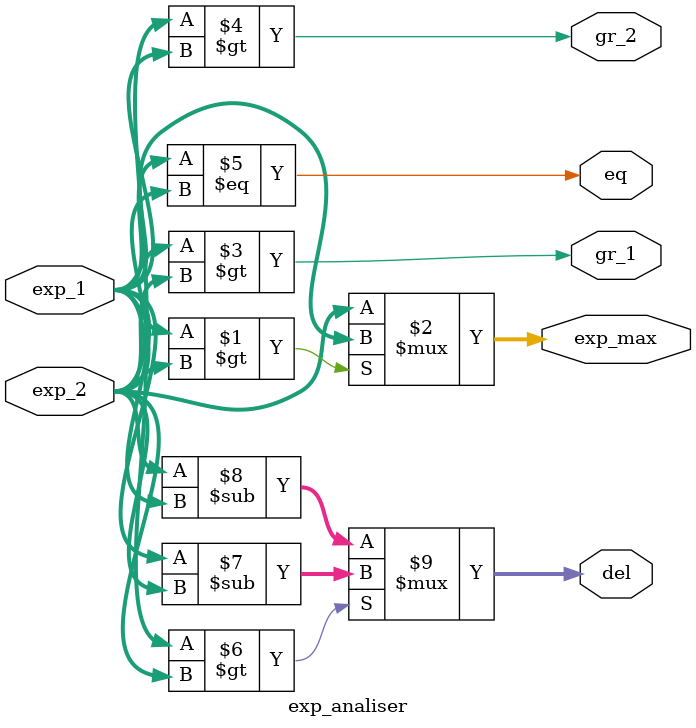
<source format=v>
module exp_analiser
(
    input wire [7:0] exp_1,
    input wire [7:0] exp_2, 

    output wire [7:0] exp_max,
    output wire [7:0] del,

    output wire gr_1,
    output wire gr_2,
    output wire eq
);

assign exp_max = (exp_1 > exp_2)? exp_1 : exp_2;
assign gr_1    = (exp_1 > exp_2);
assign gr_2    = (exp_2 > exp_1);
assign eq      = (exp_1 == exp_2);

assign del = (exp_1 > exp_2)? exp_1 - exp_2 : exp_2 - exp_1; 


endmodule
</source>
